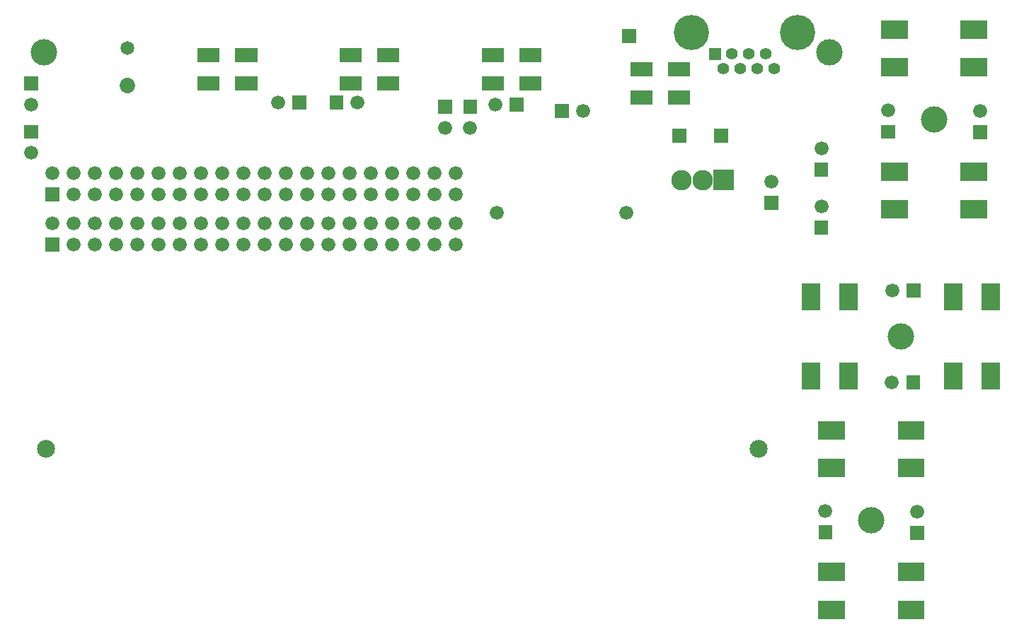
<source format=gbr>
G04 start of page 13 for group -4062 idx -4062 *
G04 Title: (unknown), soldermask *
G04 Creator: pcb 20140316 *
G04 CreationDate: Tue 28 Aug 2018 04:48:26 PM GMT UTC *
G04 For: cwispell *
G04 Format: Gerber/RS-274X *
G04 PCB-Dimensions (mil): 4685.04 2913.39 *
G04 PCB-Coordinate-Origin: lower left *
%MOIN*%
%FSLAX25Y25*%
%LNBOTTOMMASK*%
%ADD166R,0.0867X0.0867*%
%ADD165R,0.0651X0.0651*%
%ADD164C,0.0847*%
%ADD163C,0.1241*%
%ADD162C,0.0560*%
%ADD161C,0.1660*%
%ADD160C,0.0960*%
%ADD159C,0.0660*%
%ADD158C,0.0651*%
%ADD157C,0.0729*%
%ADD156C,0.0001*%
G54D156*G36*
X146306Y251331D02*Y244731D01*
X152906D01*
Y251331D01*
X146306D01*
G37*
G54D157*X51181Y255906D03*
G54D158*Y273622D03*
G54D156*G36*
X128747Y251331D02*Y244731D01*
X135347D01*
Y251331D01*
X128747D01*
G37*
G54D159*X122047Y248031D03*
X159606D03*
G54D156*G36*
X2606Y260347D02*Y253747D01*
X9206D01*
Y260347D01*
X2606D01*
G37*
G54D159*X5906Y247047D03*
G54D156*G36*
X197487Y249363D02*Y242763D01*
X204087D01*
Y249363D01*
X197487D01*
G37*
G36*
X209298D02*Y242763D01*
X215898D01*
Y249363D01*
X209298D01*
G37*
G36*
X12448Y208024D02*Y201424D01*
X19048D01*
Y208024D01*
X12448D01*
G37*
G54D159*X25748Y204724D03*
X35748D03*
X15748Y214724D03*
X25748D03*
X35748D03*
X45748D03*
X55748D03*
X65748D03*
G54D156*G36*
X12448Y184402D02*Y177802D01*
X19048D01*
Y184402D01*
X12448D01*
G37*
G54D159*X15748Y191102D03*
X25748D03*
X35748D03*
G54D156*G36*
X2606Y237552D02*Y230952D01*
X9206D01*
Y237552D01*
X2606D01*
G37*
G54D159*X5906Y224252D03*
X75748Y214724D03*
X85748D03*
X95748D03*
X75748Y204724D03*
X85748D03*
X95748D03*
X105748Y214724D03*
X115748D03*
X125748D03*
X105748Y204724D03*
X115748D03*
X125748D03*
X135748D03*
Y214724D03*
X145748D03*
X155748D03*
X145748Y204724D03*
X155748D03*
X165748D03*
X175748D03*
X185748D03*
X195748D03*
X165748Y214724D03*
X175748D03*
X185748D03*
X195748D03*
X205748Y204724D03*
Y214724D03*
X200787Y236063D03*
X212598D03*
X45748Y204724D03*
X55748D03*
X65748D03*
X25748Y181102D03*
X35748D03*
X45748D03*
X55748D03*
X65748D03*
X75748D03*
X45748Y191102D03*
X55748D03*
X65748D03*
X75748D03*
X85748Y181102D03*
Y191102D03*
X95748D03*
X105748D03*
X95748Y181102D03*
X105748D03*
X115748D03*
X125748D03*
X135748D03*
X145748D03*
X115748Y191102D03*
X125748D03*
X135748D03*
X145748D03*
X155748Y181102D03*
X165748D03*
X175748D03*
X185748D03*
X195748D03*
X205748D03*
X155748Y191102D03*
X165748D03*
X175748D03*
X185748D03*
X195748D03*
X205748D03*
G54D156*G36*
X351031Y203930D02*Y197330D01*
X357631D01*
Y203930D01*
X351031D01*
G37*
G54D159*X354331Y210630D03*
G54D156*G36*
X374653Y192276D02*Y185676D01*
X381253D01*
Y192276D01*
X374653D01*
G37*
G54D159*X377953Y198976D03*
G54D156*G36*
X374653Y219835D02*Y213235D01*
X381253D01*
Y219835D01*
X374653D01*
G37*
G54D159*X377953Y226535D03*
G54D156*G36*
X327409Y235583D02*Y228983D01*
X334009D01*
Y235583D01*
X327409D01*
G37*
G36*
X327169Y216296D02*Y206696D01*
X336769D01*
Y216296D01*
X327169D01*
G37*
G54D160*X321969Y211496D03*
X311969D03*
G54D159*X225118Y196220D03*
X286142D03*
G54D156*G36*
X252606Y247394D02*Y240794D01*
X259206D01*
Y247394D01*
X252606D01*
G37*
G54D159*X265906Y244094D03*
G54D156*G36*
X231109Y250347D02*Y243747D01*
X237709D01*
Y250347D01*
X231109D01*
G37*
G54D159*X224409Y247047D03*
G54D156*G36*
X284102Y282828D02*Y276228D01*
X290702D01*
Y282828D01*
X284102D01*
G37*
G36*
X307724Y235583D02*Y228983D01*
X314324D01*
Y235583D01*
X307724D01*
G37*
G36*
X449456Y237394D02*Y230794D01*
X456056D01*
Y237394D01*
X449456D01*
G37*
G54D159*X452756Y244094D03*
G54D156*G36*
X406149Y237552D02*Y230952D01*
X412749D01*
Y237552D01*
X406149D01*
G37*
G54D159*X409449Y244252D03*
G54D161*X366946Y280939D03*
X316946D03*
G54D162*X351946Y270939D03*
X355946Y263939D03*
X347946D03*
X343946Y270939D03*
X335946D03*
G54D156*G36*
X325146Y273739D02*Y268139D01*
X330746D01*
Y273739D01*
X325146D01*
G37*
G54D162*X339946Y263939D03*
X331946D03*
G54D156*G36*
X419928Y48418D02*Y41818D01*
X426528D01*
Y48418D01*
X419928D01*
G37*
G54D159*X423228Y55118D03*
G54D156*G36*
X376621Y48576D02*Y41976D01*
X383221D01*
Y48576D01*
X376621D01*
G37*
G54D159*X379921Y55276D03*
G54D156*G36*
X418117Y162749D02*Y156149D01*
X424717D01*
Y162749D01*
X418117D01*
G37*
G54D159*X411417Y159449D03*
G54D156*G36*
X417960Y119442D02*Y112842D01*
X424560D01*
Y119442D01*
X417960D01*
G37*
G54D159*X411260Y116142D03*
G54D163*X11811Y271654D03*
G54D164*X348425Y84646D03*
X12795D03*
G54D163*X401575Y51181D03*
X415354Y137795D03*
X381890Y271654D03*
X431102Y240157D03*
G54D165*X291338Y250394D02*X295275D01*
X309055D02*X312992D01*
X291338Y263780D02*X295275D01*
X309055D02*X312992D01*
X221260Y257087D02*X225197D01*
X238977D02*X242914D01*
X154331D02*X158268D01*
X154331Y270472D02*X158268D01*
X172048Y257087D02*X175985D01*
X172048Y270472D02*X175985D01*
X87402Y257087D02*X91339D01*
X87402Y270472D02*X91339D01*
X105119Y257087D02*X109056D01*
X105119Y270472D02*X109056D01*
G54D166*X418307Y75788D02*X422244D01*
X380906D02*X384843D01*
X418307Y93504D02*X422244D01*
X380906D02*X384843D01*
X418307Y8859D02*X422244D01*
X380906D02*X384843D01*
X418307Y26575D02*X422244D01*
X380906D02*X384843D01*
G54D165*X221260Y270472D02*X225197D01*
X238977D02*X242914D01*
G54D166*X447834Y264764D02*X451771D01*
X410433D02*X414370D01*
X447834Y282480D02*X451771D01*
X410433D02*X414370D01*
X447834Y197835D02*X451771D01*
X410433D02*X414370D01*
X447834Y215551D02*X451771D01*
X410433D02*X414370D01*
X390748Y158464D02*Y154527D01*
Y121063D02*Y117126D01*
X373032Y158464D02*Y154527D01*
Y121063D02*Y117126D01*
X457677Y158464D02*Y154527D01*
Y121063D02*Y117126D01*
X439961Y158464D02*Y154527D01*
Y121063D02*Y117126D01*
M02*

</source>
